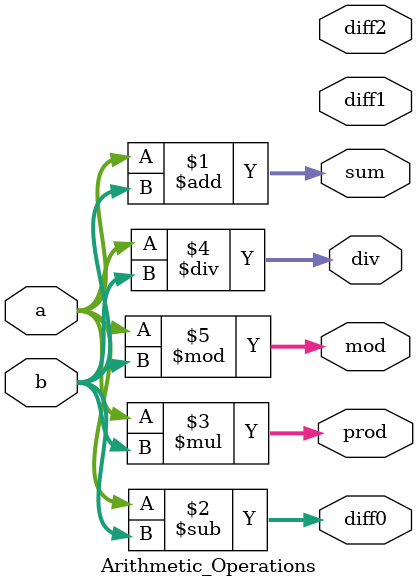
<source format=v>
module Arithmetic_Operations (
  input  [7:0]  a,
  input  [7:0]  b,
  output [7:0]  sum,
  output [8:0]  diff0,
  output [8:0]  diff1,
  output [8:0]  diff2,
  output [15:0] prod,
  output [7:0]  div,
  output [7:0]  mod
);
  assign sum = a + b;
  assign diff0 = a - b;
  assign prod = a * b;
  assign div = a / b;
  assign mod = a % b;
endmodule

</source>
